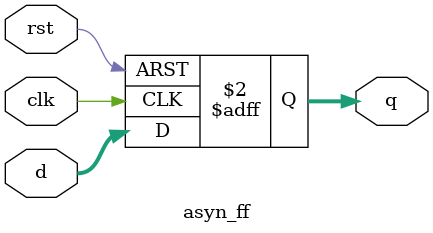
<source format=sv>
module asyn_ff #(parameter WIDTH = 32) (
    input  logic clk,
    input  logic rst,
    input  logic [WIDTH-1:0] d,
    output logic [WIDTH-1:0] q
);

always_ff @(posedge clk or posedge rst) begin
    if (rst) begin
        q <= '0;
    end else begin
        q <= d;
    end
end

endmodule
</source>
